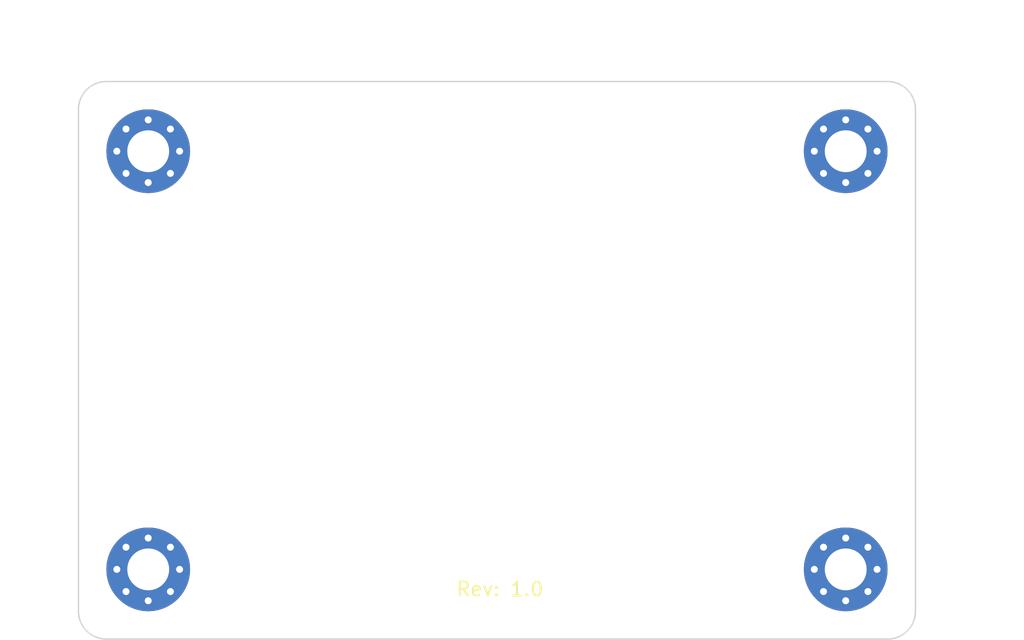
<source format=kicad_pcb>
(kicad_pcb (version 20221018) (generator pcbnew)
  (title_block (rev "${REVISION}") (company "Author:") (comment 1 "Reviewer:"))
  (layers (0 "F.Cu" signal) (31 "B.Cu" signal) (34 "B.Paste" user) (35 "F.Paste" user) (36 "B.SilkS" user "B.Silkscreen") (37 "F.SilkS" user "F.Silkscreen") (38 "B.Mask" user) (39 "F.Mask" user) (44 "Edge.Cuts" user))
  (property "REVISION" "1.0")
  (net 0 "")
  (footprint "MountingHole:MountingHole_3mm_Pad_Via" (layer "F.Cu") (at 171 81)
    (fp_text reference "REF**" hide)
    (fp_text value "MountingHole_3mm_Pad_Via")
    (pad "1" thru_hole circle (at -2.25 0) (size 0.8 0.8) (drill 0.5) (layers "*.Cu" "*.Mask"))
    (pad "1" thru_hole circle (at -1.59099 -1.59099) (size 0.8 0.8) (drill 0.5) (layers "*.Cu" "*.Mask"))
    (pad "1" thru_hole circle (at -1.59099 1.59099) (size 0.8 0.8) (drill 0.5) (layers "*.Cu" "*.Mask"))
    (pad "1" thru_hole circle (at 0 -2.25) (size 0.8 0.8) (drill 0.5) (layers "*.Cu" "*.Mask"))
    (pad "1" thru_hole circle (at 0 0) (size 6 6) (drill 3) (layers "*.Cu" "*.Mask"))
    (pad "1" thru_hole circle (at 0 2.25) (size 0.8 0.8) (drill 0.5) (layers "*.Cu" "*.Mask"))
    (pad "1" thru_hole circle (at 1.59099 -1.59099) (size 0.8 0.8) (drill 0.5) (layers "*.Cu" "*.Mask"))
    (pad "1" thru_hole circle (at 1.59099 1.59099) (size 0.8 0.8) (drill 0.5) (layers "*.Cu" "*.Mask"))
    (pad "1" thru_hole circle (at 2.25 0) (size 0.8 0.8) (drill 0.5) (layers "*.Cu" "*.Mask"))
  )
  (footprint "MountingHole:MountingHole_3mm_Pad_Via" (layer "F.Cu") (at 121 111)
    (fp_text reference "REF**" hide)
    (fp_text value "MountingHole_3mm_Pad_Via")
    (pad "1" thru_hole circle (at -2.25 0) (size 0.8 0.8) (drill 0.5) (layers "*.Cu" "*.Mask"))
    (pad "1" thru_hole circle (at -1.59099 -1.59099) (size 0.8 0.8) (drill 0.5) (layers "*.Cu" "*.Mask"))
    (pad "1" thru_hole circle (at -1.59099 1.59099) (size 0.8 0.8) (drill 0.5) (layers "*.Cu" "*.Mask"))
    (pad "1" thru_hole circle (at 0 -2.25) (size 0.8 0.8) (drill 0.5) (layers "*.Cu" "*.Mask"))
    (pad "1" thru_hole circle (at 0 0) (size 6 6) (drill 3) (layers "*.Cu" "*.Mask"))
    (pad "1" thru_hole circle (at 0 2.25) (size 0.8 0.8) (drill 0.5) (layers "*.Cu" "*.Mask"))
    (pad "1" thru_hole circle (at 1.59099 -1.59099) (size 0.8 0.8) (drill 0.5) (layers "*.Cu" "*.Mask"))
    (pad "1" thru_hole circle (at 1.59099 1.59099) (size 0.8 0.8) (drill 0.5) (layers "*.Cu" "*.Mask"))
    (pad "1" thru_hole circle (at 2.25 0) (size 0.8 0.8) (drill 0.5) (layers "*.Cu" "*.Mask"))
  )
  (footprint "MountingHole:MountingHole_3mm_Pad_Via" (layer "F.Cu") (at 121 81)
    (fp_text reference "REF**" hide)
    (fp_text value "MountingHole_3mm_Pad_Via")
    (pad "1" thru_hole circle (at -2.25 0) (size 0.8 0.8) (drill 0.5) (layers "*.Cu" "*.Mask"))
    (pad "1" thru_hole circle (at -1.59099 -1.59099) (size 0.8 0.8) (drill 0.5) (layers "*.Cu" "*.Mask"))
    (pad "1" thru_hole circle (at -1.59099 1.59099) (size 0.8 0.8) (drill 0.5) (layers "*.Cu" "*.Mask"))
    (pad "1" thru_hole circle (at 0 -2.25) (size 0.8 0.8) (drill 0.5) (layers "*.Cu" "*.Mask"))
    (pad "1" thru_hole circle (at 0 0) (size 6 6) (drill 3) (layers "*.Cu" "*.Mask"))
    (pad "1" thru_hole circle (at 0 2.25) (size 0.8 0.8) (drill 0.5) (layers "*.Cu" "*.Mask"))
    (pad "1" thru_hole circle (at 1.59099 -1.59099) (size 0.8 0.8) (drill 0.5) (layers "*.Cu" "*.Mask"))
    (pad "1" thru_hole circle (at 1.59099 1.59099) (size 0.8 0.8) (drill 0.5) (layers "*.Cu" "*.Mask"))
    (pad "1" thru_hole circle (at 2.25 0) (size 0.8 0.8) (drill 0.5) (layers "*.Cu" "*.Mask"))
  )
  (footprint "MountingHole:MountingHole_3mm_Pad_Via" (layer "F.Cu") (at 171 111)
    (fp_text reference "REF**" hide)
    (fp_text value "MountingHole_3mm_Pad_Via")
    (pad "1" thru_hole circle (at -2.25 0) (size 0.8 0.8) (drill 0.5) (layers "*.Cu" "*.Mask"))
    (pad "1" thru_hole circle (at -1.59099 -1.59099) (size 0.8 0.8) (drill 0.5) (layers "*.Cu" "*.Mask"))
    (pad "1" thru_hole circle (at -1.59099 1.59099) (size 0.8 0.8) (drill 0.5) (layers "*.Cu" "*.Mask"))
    (pad "1" thru_hole circle (at 0 -2.25) (size 0.8 0.8) (drill 0.5) (layers "*.Cu" "*.Mask"))
    (pad "1" thru_hole circle (at 0 0) (size 6 6) (drill 3) (layers "*.Cu" "*.Mask"))
    (pad "1" thru_hole circle (at 0 2.25) (size 0.8 0.8) (drill 0.5) (layers "*.Cu" "*.Mask"))
    (pad "1" thru_hole circle (at 1.59099 -1.59099) (size 0.8 0.8) (drill 0.5) (layers "*.Cu" "*.Mask"))
    (pad "1" thru_hole circle (at 1.59099 1.59099) (size 0.8 0.8) (drill 0.5) (layers "*.Cu" "*.Mask"))
    (pad "1" thru_hole circle (at 2.25 0) (size 0.8 0.8) (drill 0.5) (layers "*.Cu" "*.Mask"))
  )
  (gr_line (start 118 76) (end 174 76) (stroke (width 0.1)) (layer "Edge.Cuts"))
  (gr_line (start 116 114) (end 116 78) (stroke (width 0.1)) (layer "Edge.Cuts"))
  (gr_line (start 176 78) (end 176 114) (stroke (width 0.1)) (layer "Edge.Cuts"))
  (gr_arc (start 118 116) (mid 116.585786 115.414214) (end 116 114) (stroke (width 0.1)) (layer "Edge.Cuts"))
  (gr_arc (start 176 114) (mid 175.414214 115.414214) (end 174 116) (stroke (width 0.1)) (layer "Edge.Cuts"))
  (gr_arc (start 116 78) (mid 116.585786 76.585786) (end 118 76) (stroke (width 0.1)) (layer "Edge.Cuts"))
  (gr_line (start 174 116) (end 118 116) (stroke (width 0.1)) (layer "Edge.Cuts"))
  (gr_arc (start 174 76) (mid 175.414214 76.585786) (end 176 78) (stroke (width 0.1)) (layer "Edge.Cuts"))
  (gr_text "Rev: ${REVISION}" (at 143 113) (layer "F.SilkS") (effects (font (size 1 1)) (justify left bottom)))
)
</source>
